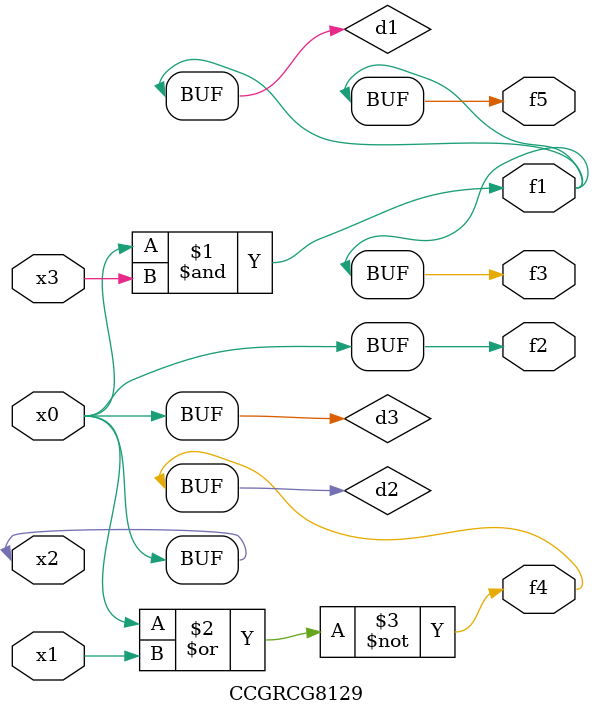
<source format=v>
module CCGRCG8129(
	input x0, x1, x2, x3,
	output f1, f2, f3, f4, f5
);

	wire d1, d2, d3;

	and (d1, x2, x3);
	nor (d2, x0, x1);
	buf (d3, x0, x2);
	assign f1 = d1;
	assign f2 = d3;
	assign f3 = d1;
	assign f4 = d2;
	assign f5 = d1;
endmodule

</source>
